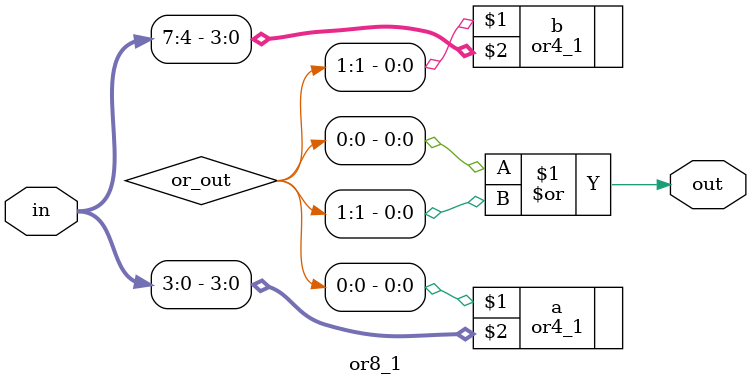
<source format=sv>
`timescale 1ps/1ps
module or8_1 (out, in);
	output out;
	input [7:0] in;
	
	logic [1:0] or_out;
	
	or4_1 a (or_out[0], in[3:0]);
	or4_1 b (or_out[1], in[7:4]);
	
	or #(50) c (out, or_out[0], or_out[1]);
	
endmodule 
</source>
